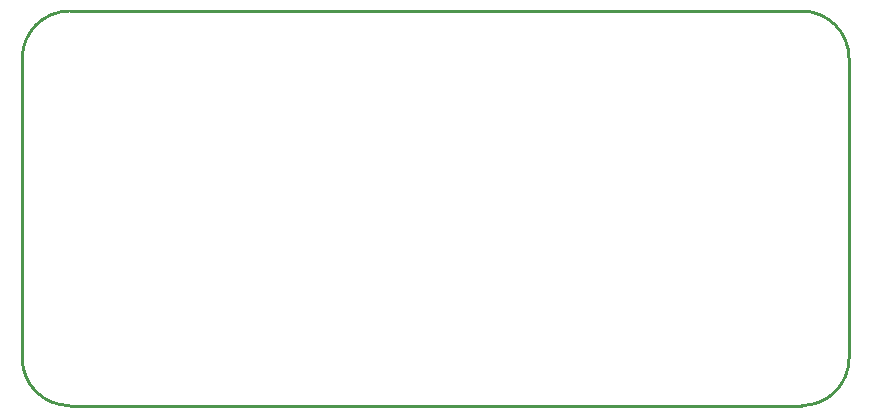
<source format=gko>
%FSTAX24Y24*%
%MOIN*%
%SFA1B1*%

%IPPOS*%
%ADD20C,0.010000*%
%LNskateboardpcb-1*%
%LPD*%
G54D20*
X025984Y0D02*
D01*
D01*
G75*
G03X027559Y001575I0J001575D01*
G74*G01*
Y011575D02*
D01*
D01*
G75*
G03X025984Y01315I-001575J0D01*
G74*G01*
X001575D02*
D01*
D01*
G75*
G03X0Y011575I-0J-001575D01*
G74*G01*
Y001575D02*
D01*
D01*
G75*
G03X001575Y0I001575J-0D01*
G74*G01*
Y01315D02*
X025984D01*
X027559Y001575D02*
Y011575D01*
X001575Y0D02*
X025984D01*
X0Y001575D02*
Y011575D01*
M02*
</source>
